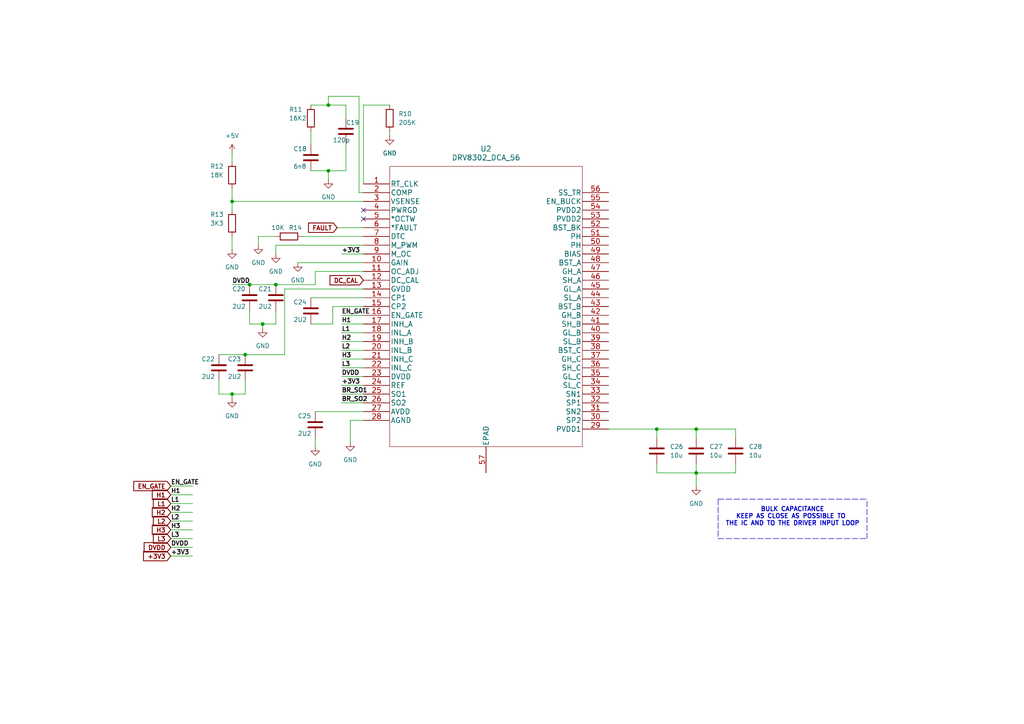
<source format=kicad_sch>
(kicad_sch (version 20231120) (generator "eeschema") (generator_version "8.0")
  (paper "A4")
  (lib_symbols
    (symbol "DRV8302:DRV8302_DCA_56" (pin_names (offset 0.254))
      (property "Reference" "U" (at 35.56 10.16 0))
      (property "Value" "DRV8302_DCA_56" (at 35.56 7.62 0))
      (symbol "DRV8302_DCA_56_1_1"
        (polyline (pts (xy 7.62 -76.2) (xy 63.5 -76.2)) (stroke (width 0.127)))
        (polyline (pts (xy 7.62 5.08) (xy 7.62 -76.2)) (stroke (width 0.127)))
        (polyline (pts (xy 63.5 -76.2) (xy 63.5 5.08)) (stroke (width 0.127)))
        (polyline (pts (xy 63.5 5.08) (xy 7.62 5.08)) (stroke (width 0.127)))
        (pin input line (at 0 0 0) (length 7.62) (name "RT_CLK") (number "1"))
        (pin output line (at 0 -22.86 0) (length 7.62) (name "GAIN") (number "10"))
        (pin input line (at 0 -25.4 0) (length 7.62) (name "OC_ADJ") (number "11"))
        (pin input line (at 0 -27.94 0) (length 7.62) (name "DC_CAL") (number "12"))
        (pin power_in line (at 0 -30.48 0) (length 7.62) (name "GVDD") (number "13"))
        (pin power_in line (at 0 -33.02 0) (length 7.62) (name "CP1") (number "14"))
        (pin power_in line (at 0 -35.56 0) (length 7.62) (name "CP2") (number "15"))
        (pin input line (at 0 -38.1 0) (length 7.62) (name "EN_GATE") (number "16"))
        (pin input line (at 0 -40.64 0) (length 7.62) (name "INH_A") (number "17"))
        (pin input line (at 0 -43.18 0) (length 7.62) (name "INL_A") (number "18"))
        (pin input line (at 0 -45.72 0) (length 7.62) (name "INH_B") (number "19"))
        (pin output line (at 0 -2.54 0) (length 7.62) (name "COMP") (number "2"))
        (pin input line (at 0 -48.26 0) (length 7.62) (name "INL_B") (number "20"))
        (pin input line (at 0 -50.8 0) (length 7.62) (name "INH_C") (number "21"))
        (pin input line (at 0 -53.34 0) (length 7.62) (name "INL_C") (number "22"))
        (pin power_in line (at 0 -55.88 0) (length 7.62) (name "DVDD") (number "23"))
        (pin input line (at 0 -58.42 0) (length 7.62) (name "REF") (number "24"))
        (pin output line (at 0 -60.96 0) (length 7.62) (name "SO1") (number "25"))
        (pin output line (at 0 -63.5 0) (length 7.62) (name "SO2") (number "26"))
        (pin power_in line (at 0 -66.04 0) (length 7.62) (name "AVDD") (number "27"))
        (pin power_in line (at 0 -68.58 0) (length 7.62) (name "AGND") (number "28"))
        (pin power_in line (at 71.12 -71.12 180) (length 7.62) (name "PVDD1") (number "29"))
        (pin input line (at 0 -5.08 0) (length 7.62) (name "VSENSE") (number "3"))
        (pin input line (at 71.12 -68.58 180) (length 7.62) (name "SP2") (number "30"))
        (pin input line (at 71.12 -66.04 180) (length 7.62) (name "SN2") (number "31"))
        (pin input line (at 71.12 -63.5 180) (length 7.62) (name "SP1") (number "32"))
        (pin input line (at 71.12 -60.96 180) (length 7.62) (name "SN1") (number "33"))
        (pin input line (at 71.12 -58.42 180) (length 7.62) (name "SL_C") (number "34"))
        (pin output line (at 71.12 -55.88 180) (length 7.62) (name "GL_C") (number "35"))
        (pin input line (at 71.12 -53.34 180) (length 7.62) (name "SH_C") (number "36"))
        (pin output line (at 71.12 -50.8 180) (length 7.62) (name "GH_C") (number "37"))
        (pin power_in line (at 71.12 -48.26 180) (length 7.62) (name "BST_C") (number "38"))
        (pin input line (at 71.12 -45.72 180) (length 7.62) (name "SL_B") (number "39"))
        (pin input line (at 0 -7.62 0) (length 7.62) (name "PWRGD") (number "4"))
        (pin output line (at 71.12 -43.18 180) (length 7.62) (name "GL_B") (number "40"))
        (pin input line (at 71.12 -40.64 180) (length 7.62) (name "SH_B") (number "41"))
        (pin output line (at 71.12 -38.1 180) (length 7.62) (name "GH_B") (number "42"))
        (pin power_in line (at 71.12 -35.56 180) (length 7.62) (name "BST_B") (number "43"))
        (pin input line (at 71.12 -33.02 180) (length 7.62) (name "SL_A") (number "44"))
        (pin output line (at 71.12 -30.48 180) (length 7.62) (name "GL_A") (number "45"))
        (pin input line (at 71.12 -27.94 180) (length 7.62) (name "SH_A") (number "46"))
        (pin output line (at 71.12 -25.4 180) (length 7.62) (name "GH_A") (number "47"))
        (pin power_in line (at 71.12 -22.86 180) (length 7.62) (name "BST_A") (number "48"))
        (pin input line (at 71.12 -20.32 180) (length 7.62) (name "BIAS") (number "49"))
        (pin output line (at 0 -10.16 0) (length 7.62) (name "*OCTW") (number "5"))
        (pin output line (at 71.12 -17.78 180) (length 7.62) (name "PH") (number "50"))
        (pin output line (at 71.12 -15.24 180) (length 7.62) (name "PH") (number "51"))
        (pin power_in line (at 71.12 -12.7 180) (length 7.62) (name "BST_BK") (number "52"))
        (pin power_in line (at 71.12 -10.16 180) (length 7.62) (name "PVDD2") (number "53"))
        (pin power_in line (at 71.12 -7.62 180) (length 7.62) (name "PVDD2") (number "54"))
        (pin input line (at 71.12 -5.08 180) (length 7.62) (name "EN_BUCK") (number "55"))
        (pin input line (at 71.12 -2.54 180) (length 7.62) (name "SS_TR") (number "56"))
        (pin unspecified line (at 35.56 -83.82 90) (length 7.62) (name "EPAD") (number "57"))
        (pin output line (at 0 -12.7 0) (length 7.62) (name "*FAULT") (number "6"))
        (pin input line (at 0 -15.24 0) (length 7.62) (name "DTC") (number "7"))
        (pin input line (at 0 -17.78 0) (length 7.62) (name "M_PWM") (number "8"))
        (pin input line (at 0 -20.32 0) (length 7.62) (name "M_OC") (number "9"))
      )
    )
    (symbol "Device:C" (pin_numbers hide) (pin_names (offset 0.254))
      (property "Reference" "C" (at 0.635 2.54 0))
      (property "Value" "C" (at 0.635 -2.54 0))
      (symbol "C_0_1"
        (polyline (pts (xy -2.032 -0.762) (xy 2.032 -0.762)) (stroke (width 0.508)))
        (polyline (pts (xy -2.032 0.762) (xy 2.032 0.762)) (stroke (width 0.508)))
      )
      (symbol "C_1_1"
        (pin passive line (at 0 3.81 270) (length 2.794) (name "~") (number "1"))
        (pin passive line (at 0 -3.81 90) (length 2.794) (name "~") (number "2"))
      )
    )
    (symbol "Device:R" (pin_numbers hide) (pin_names (offset 0))
      (property "Reference" "R" (at 2.032 0 90))
      (property "Value" "R" (at 0 0 90))
      (symbol "R_0_1"
        (rectangle (start -1.016 -2.54) (end 1.016 2.54) (stroke (width 0.254)))
      )
      (symbol "R_1_1"
        (pin passive line (at 0 3.81 270) (length 1.27) (name "~") (number "1"))
        (pin passive line (at 0 -3.81 90) (length 1.27) (name "~") (number "2"))
      )
    )
    (symbol "power:+5V" (power) (pin_numbers hide) (pin_names (offset 0) hide)
      (property "Value" "+5V" (at 0 3.556 0))
      (symbol "+5V_0_1"
        (polyline (pts (xy -0.762 1.27) (xy 0 2.54)))
        (polyline (pts (xy 0 0) (xy 0 2.54)))
        (polyline (pts (xy 0 2.54) (xy 0.762 1.27)))
      )
      (symbol "+5V_1_1"
        (pin power_in line (at 0 0 90) (length 0) (name "~") (number "1"))
      )
    )
    (symbol "power:GND" (power) (pin_numbers hide) (pin_names (offset 0) hide)
      (property "Value" "GND" (at 0 -3.81 0))
      (symbol "GND_0_1"
        (polyline (pts (xy 0 0) (xy 0 -1.27) (xy 1.27 -1.27) (xy 0 -2.54) (xy -1.27 -1.27) (xy 0 -1.27)))
      )
      (symbol "GND_1_1"
        (pin power_in line (at 0 0 270) (length 0) (name "~") (number "1"))
      )
    )
  )
  (junction (at 67.31 58.42))
  (junction (at 76.2 93.98))
  (junction (at 201.93 124.46))
  (junction (at 95.25 30.48))
  (junction (at 80.01 82.55))
  (junction (at 72.39 82.55))
  (junction (at 67.31 114.3))
  (junction (at 71.12 102.87))
  (junction (at 95.25 49.53))
  (junction (at 190.5 124.46))
  (junction (at 201.93 137.16))
  (no_connect (at 105.41 63.5))
  (no_connect (at 105.41 60.96))
  (wire (pts (xy 100.33 49.53) (xy 95.25 49.53)))
  (wire (pts (xy 91.44 127) (xy 91.44 129.54)))
  (polyline (pts (xy 251.46 156.21) (xy 251.46 144.78)) (stroke (width 0) (type dash)))
  (wire (pts (xy 63.5 110.49) (xy 63.5 114.3)))
  (wire (pts (xy 176.53 124.46) (xy 190.5 124.46)))
  (wire (pts (xy 99.06 99.06) (xy 105.41 99.06)))
  (wire (pts (xy 80.01 71.12) (xy 80.01 73.66)))
  (wire (pts (xy 99.06 109.22) (xy 105.41 109.22)))
  (wire (pts (xy 99.06 73.66) (xy 105.41 73.66)))
  (wire (pts (xy 99.06 96.52) (xy 105.41 96.52)))
  (wire (pts (xy 90.17 93.98) (xy 96.52 93.98)))
  (wire (pts (xy 91.44 82.55) (xy 80.01 82.55)))
  (wire (pts (xy 49.53 140.97) (xy 55.88 140.97)))
  (wire (pts (xy 96.52 93.98) (xy 96.52 88.9)))
  (polyline (pts (xy 208.28 144.78) (xy 251.46 144.78)) (stroke (width 0) (type dash)))
  (wire (pts (xy 76.2 93.98) (xy 76.2 95.25)))
  (wire (pts (xy 80.01 82.55) (xy 72.39 82.55)))
  (wire (pts (xy 213.36 124.46) (xy 201.93 124.46)))
  (wire (pts (xy 99.06 106.68) (xy 105.41 106.68)))
  (wire (pts (xy 99.06 91.44) (xy 105.41 91.44)))
  (wire (pts (xy 99.06 93.98) (xy 105.41 93.98)))
  (wire (pts (xy 71.12 114.3) (xy 71.12 110.49)))
  (wire (pts (xy 80.01 93.98) (xy 80.01 90.17)))
  (wire (pts (xy 67.31 58.42) (xy 105.41 58.42)))
  (wire (pts (xy 190.5 134.62) (xy 190.5 137.16)))
  (wire (pts (xy 95.25 49.53) (xy 95.25 52.07)))
  (wire (pts (xy 49.53 158.75) (xy 55.88 158.75)))
  (wire (pts (xy 95.25 27.94) (xy 95.25 30.48)))
  (wire (pts (xy 101.6 121.92) (xy 101.6 128.27)))
  (wire (pts (xy 95.25 30.48) (xy 100.33 30.48)))
  (wire (pts (xy 71.12 102.87) (xy 63.5 102.87)))
  (wire (pts (xy 104.14 27.94) (xy 95.25 27.94)))
  (wire (pts (xy 104.14 55.88) (xy 104.14 27.94)))
  (wire (pts (xy 72.39 82.55) (xy 67.31 82.55)))
  (wire (pts (xy 91.44 119.38) (xy 105.41 119.38)))
  (wire (pts (xy 72.39 93.98) (xy 76.2 93.98)))
  (wire (pts (xy 213.36 137.16) (xy 201.93 137.16)))
  (wire (pts (xy 99.06 111.76) (xy 105.41 111.76)))
  (wire (pts (xy 49.53 143.51) (xy 55.88 143.51)))
  (wire (pts (xy 67.31 114.3) (xy 67.31 115.57)))
  (wire (pts (xy 82.55 102.87) (xy 71.12 102.87)))
  (wire (pts (xy 105.41 78.74) (xy 91.44 78.74)))
  (wire (pts (xy 113.03 38.1) (xy 113.03 39.37)))
  (wire (pts (xy 49.53 156.21) (xy 55.88 156.21)))
  (wire (pts (xy 63.5 114.3) (xy 67.31 114.3)))
  (wire (pts (xy 100.33 30.48) (xy 100.33 34.29)))
  (wire (pts (xy 49.53 146.05) (xy 55.88 146.05)))
  (polyline (pts (xy 208.28 156.21) (xy 251.46 156.21)) (stroke (width 0) (type dash)))
  (wire (pts (xy 99.06 104.14) (xy 105.41 104.14)))
  (wire (pts (xy 97.79 66.04) (xy 105.41 66.04)))
  (wire (pts (xy 72.39 90.17) (xy 72.39 93.98)))
  (wire (pts (xy 86.36 76.2) (xy 105.41 76.2)))
  (wire (pts (xy 76.2 93.98) (xy 80.01 93.98)))
  (wire (pts (xy 201.93 124.46) (xy 201.93 127)))
  (wire (pts (xy 190.5 124.46) (xy 201.93 124.46)))
  (wire (pts (xy 80.01 68.58) (xy 74.93 68.58)))
  (wire (pts (xy 87.63 68.58) (xy 105.41 68.58)))
  (wire (pts (xy 67.31 54.61) (xy 67.31 58.42)))
  (wire (pts (xy 201.93 137.16) (xy 201.93 140.97)))
  (wire (pts (xy 190.5 127) (xy 190.5 124.46)))
  (wire (pts (xy 95.25 49.53) (xy 90.17 49.53)))
  (wire (pts (xy 99.06 101.6) (xy 105.41 101.6)))
  (wire (pts (xy 67.31 68.58) (xy 67.31 72.39)))
  (wire (pts (xy 99.06 116.84) (xy 105.41 116.84)))
  (wire (pts (xy 213.36 127) (xy 213.36 124.46)))
  (wire (pts (xy 49.53 161.29) (xy 55.88 161.29)))
  (wire (pts (xy 90.17 86.36) (xy 105.41 86.36)))
  (wire (pts (xy 96.52 88.9) (xy 105.41 88.9)))
  (wire (pts (xy 105.41 83.82) (xy 82.55 83.82)))
  (wire (pts (xy 74.93 68.58) (xy 74.93 71.12)))
  (wire (pts (xy 49.53 153.67) (xy 55.88 153.67)))
  (wire (pts (xy 90.17 30.48) (xy 95.25 30.48)))
  (wire (pts (xy 190.5 137.16) (xy 201.93 137.16)))
  (wire (pts (xy 99.06 114.3) (xy 105.41 114.3)))
  (wire (pts (xy 105.41 53.34) (xy 105.41 30.48)))
  (wire (pts (xy 100.33 41.91) (xy 100.33 49.53)))
  (wire (pts (xy 67.31 60.96) (xy 67.31 58.42)))
  (wire (pts (xy 201.93 137.16) (xy 201.93 134.62)))
  (wire (pts (xy 213.36 134.62) (xy 213.36 137.16)))
  (wire (pts (xy 67.31 114.3) (xy 71.12 114.3)))
  (wire (pts (xy 82.55 83.82) (xy 82.55 102.87)))
  (wire (pts (xy 67.31 44.45) (xy 67.31 46.99)))
  (wire (pts (xy 91.44 78.74) (xy 91.44 82.55)))
  (wire (pts (xy 105.41 121.92) (xy 101.6 121.92)))
  (wire (pts (xy 105.41 55.88) (xy 104.14 55.88)))
  (polyline (pts (xy 208.28 144.78) (xy 208.28 156.21)) (stroke (width 0) (type dash)))
  (wire (pts (xy 49.53 148.59) (xy 55.88 148.59)))
  (wire (pts (xy 105.41 30.48) (xy 113.03 30.48)))
  (wire (pts (xy 49.53 151.13) (xy 55.88 151.13)))
  (wire (pts (xy 80.01 71.12) (xy 105.41 71.12)))
  (wire (pts (xy 90.17 38.1) (xy 90.17 41.91)))
  (text "BULK CAPACITANCE\nKEEP AS CLOSE AS POSSIBLE TO \nTHE IC AND TO THE DRIVER INPUT LOOP" (at 229.87 149.86 0) (effects (font (size 1.27 1.27) (bold yes))))
  (label "DVDD" (at 49.53 158.75 0) (effects (font (bold yes))))
  (label "+3V3" (at 49.53 161.29 0) (effects (font (bold yes))))
  (label "H3" (at 99.06 104.14 0) (effects (font (bold yes))))
  (label "L2" (at 49.53 151.13 0) (effects (font (bold yes))))
  (label "+3V3" (at 99.06 73.66 0) (effects (font (bold yes))))
  (label "L3" (at 99.06 106.68 0) (effects (font (bold yes))))
  (label "DVDD" (at 67.31 82.55 0) (effects (font (bold yes))))
  (label "H2" (at 49.53 148.59 0) (effects (font (bold yes))))
  (label "EN_GATE" (at 99.06 91.44 0) (effects (font (bold yes))))
  (label "L2" (at 99.06 101.6 0) (effects (font (bold yes))))
  (label "BR_SO2" (at 99.06 116.84 0) (effects (font (bold yes))))
  (label "DVDD" (at 99.06 109.22 0) (effects (font (bold yes))))
  (label "EN_GATE" (at 49.53 140.97 0) (effects (font (bold yes))))
  (label "L1" (at 99.06 96.52 0) (effects (font (bold yes))))
  (label "H3" (at 49.53 153.67 0) (effects (font (bold yes))))
  (label "H2" (at 99.06 99.06 0) (effects (font (bold yes))))
  (label "BR_SO1" (at 99.06 114.3 0) (effects (font (bold yes))))
  (label "+3V3" (at 99.06 111.76 0) (effects (font (bold yes))))
  (label "H1" (at 49.53 143.51 0) (effects (font (bold yes))))
  (label "H1" (at 99.06 93.98 0) (effects (font (bold yes))))
  (label "L3" (at 49.53 156.21 0) (effects (font (bold yes))))
  (label "L1" (at 49.53 146.05 0) (effects (font (bold yes))))
  (global_label "+3V3" (shape input) (at 49.53 161.29 180) (effects (font (bold yes))) (property "Intersheetrefs" "${INTERSHEET_REFS}" (effects (hide yes))))
  (global_label "L3" (shape input) (at 49.53 156.21 180) (effects (font (bold yes))) (property "Intersheetrefs" "${INTERSHEET_REFS}" (effects (hide yes))))
  (global_label "H3" (shape input) (at 49.53 153.67 180) (effects (font (bold yes))) (property "Intersheetrefs" "${INTERSHEET_REFS}" (effects (hide yes))))
  (global_label "DVDD" (shape input) (at 49.53 158.75 180) (effects (font (bold yes))) (property "Intersheetrefs" "${INTERSHEET_REFS}" (effects (hide yes))))
  (global_label "H2" (shape input) (at 49.53 148.59 180) (effects (font (bold yes))) (property "Intersheetrefs" "${INTERSHEET_REFS}" (effects (hide yes))))
  (global_label "EN_GATE" (shape input) (at 49.53 140.97 180) (effects (font (bold yes))) (property "Intersheetrefs" "${INTERSHEET_REFS}" (effects (hide yes))))
  (global_label "L2" (shape input) (at 49.53 151.13 180) (effects (font (bold yes))) (property "Intersheetrefs" "${INTERSHEET_REFS}" (effects (hide yes))))
  (global_label "DC_CAL" (shape input) (at 105.41 81.28 180) (effects (font (bold yes))) (property "Intersheetrefs" "${INTERSHEET_REFS}" (effects (hide yes))))
  (global_label "L1" (shape input) (at 49.53 146.05 180) (effects (font (bold yes))) (property "Intersheetrefs" "${INTERSHEET_REFS}" (effects (hide yes))))
  (global_label "H1" (shape input) (at 49.53 143.51 180) (effects (font (bold yes))) (property "Intersheetrefs" "${INTERSHEET_REFS}" (effects (hide yes))))
  (global_label "FAULT" (shape input) (at 97.79 66.04 180) (effects (font (bold yes))) (property "Intersheetrefs" "${INTERSHEET_REFS}" (effects (hide yes))))
  (symbol (lib_id "power:GND") (at 95.25 52.07 0) (unit 1)
    (property "Reference" "#PWR027" (effects (hide yes)))
    (property "Value" "GND" (at 95.25 57.15 0))
    (property "Description" "Power symbol creates a global label with name \"GND\" , ground" (effects (hide yes)))
  )
  (symbol (lib_id "Device:C") (at 72.39 86.36 0) (unit 1)
    (property "Reference" "C20" (at 67.31 83.82 0) (effects (justify left)))
    (property "Value" "2U2" (at 67.31 88.9 0) (effects (justify left)))
    (property "Description" "Unpolarized capacitor" (effects (hide yes)))
  )
  (symbol (lib_id "power:GND") (at 201.93 140.97 0) (unit 1)
    (property "Reference" "#PWR037" (effects (hide yes)))
    (property "Value" "GND" (at 201.93 146.05 0))
    (property "Description" "Power symbol creates a global label with name \"GND\" , ground" (effects (hide yes)))
  )
  (symbol (lib_id "power:GND") (at 80.01 73.66 0) (unit 1)
    (property "Reference" "#PWR031" (effects (hide yes)))
    (property "Value" "GND" (at 80.01 78.74 0))
    (property "Description" "Power symbol creates a global label with name \"GND\" , ground" (effects (hide yes)))
  )
  (symbol (lib_id "Device:C") (at 90.17 45.72 0) (unit 1)
    (property "Reference" "C18" (at 85.09 43.18 0) (effects (justify left)))
    (property "Value" "6n8" (at 85.09 48.26 0) (effects (justify left)))
    (property "Description" "Unpolarized capacitor" (effects (hide yes)))
  )
  (symbol (lib_id "Device:C") (at 100.33 38.1 0) (unit 1)
    (property "Reference" "C19" (at 100.33 35.56 0) (effects (justify left)))
    (property "Value" "120p" (at 96.52 40.64 0) (effects (justify left)))
    (property "Description" "Unpolarized capacitor" (effects (hide yes)))
  )
  (symbol (lib_id "Device:R") (at 67.31 64.77 0) (unit 1)
    (property "Reference" "R13" (at 60.96 62.23 0) (effects (justify left)))
    (property "Value" "3K3" (at 60.96 64.77 0) (effects (justify left)))
    (property "Description" "Resistor" (effects (hide yes)))
  )
  (symbol (lib_id "Device:C") (at 63.5 106.68 0) (unit 1)
    (property "Reference" "C22" (at 58.42 104.14 0) (effects (justify left)))
    (property "Value" "2U2" (at 58.42 109.22 0) (effects (justify left)))
    (property "Description" "Unpolarized capacitor" (effects (hide yes)))
  )
  (symbol (lib_id "power:GND") (at 76.2 95.25 0) (unit 1)
    (property "Reference" "#PWR033" (effects (hide yes)))
    (property "Value" "GND" (at 76.2 100.33 0))
    (property "Description" "Power symbol creates a global label with name \"GND\" , ground" (effects (hide yes)))
  )
  (symbol (lib_id "Device:R") (at 113.03 34.29 0) (unit 1)
    (property "Reference" "R10" (at 115.57 33.0199 0) (effects (justify left)))
    (property "Value" "205K" (at 115.57 35.5599 0) (effects (justify left)))
    (property "Description" "Resistor" (effects (hide yes)))
  )
  (symbol (lib_id "Device:C") (at 80.01 86.36 0) (unit 1)
    (property "Reference" "C21" (at 74.93 83.82 0) (effects (justify left)))
    (property "Value" "2U2" (at 74.93 88.9 0) (effects (justify left)))
    (property "Description" "Unpolarized capacitor" (effects (hide yes)))
  )
  (symbol (lib_id "power:GND") (at 101.6 128.27 0) (unit 1)
    (property "Reference" "#PWR036" (effects (hide yes)))
    (property "Value" "GND" (at 101.6 133.35 0))
    (property "Description" "Power symbol creates a global label with name \"GND\" , ground" (effects (hide yes)))
  )
  (symbol (lib_id "Device:C") (at 190.5 130.81 0) (unit 1)
    (property "Reference" "C26" (at 194.31 129.5399 0) (effects (justify left)))
    (property "Value" "10u" (at 194.31 132.0799 0) (effects (justify left)))
    (property "Description" "Unpolarized capacitor" (effects (hide yes)))
  )
  (symbol (lib_id "Device:R") (at 83.82 68.58 90) (unit 1)
    (property "Reference" "R14" (at 87.63 66.04 90) (effects (justify left)))
    (property "Value" "10K" (at 82.55 66.04 90) (effects (justify left)))
    (property "Description" "Resistor" (effects (hide yes)))
  )
  (symbol (lib_id "power:GND") (at 113.03 39.37 0) (unit 1)
    (property "Reference" "#PWR026" (effects (hide yes)))
    (property "Value" "GND" (at 113.03 44.45 0))
    (property "Description" "Power symbol creates a global label with name \"GND\" , ground" (effects (hide yes)))
  )
  (symbol (lib_id "power:GND") (at 86.36 76.2 0) (unit 1)
    (property "Reference" "#PWR032" (effects (hide yes)))
    (property "Value" "GND" (at 86.36 81.28 0))
    (property "Description" "Power symbol creates a global label with name \"GND\" , ground" (effects (hide yes)))
  )
  (symbol (lib_id "power:GND") (at 67.31 115.57 0) (unit 1)
    (property "Reference" "#PWR034" (effects (hide yes)))
    (property "Value" "GND" (at 67.31 120.65 0))
    (property "Description" "Power symbol creates a global label with name \"GND\" , ground" (effects (hide yes)))
  )
  (symbol (lib_id "Device:C") (at 71.12 106.68 0) (unit 1)
    (property "Reference" "C23" (at 66.04 104.14 0) (effects (justify left)))
    (property "Value" "2U2" (at 66.04 109.22 0) (effects (justify left)))
    (property "Description" "Unpolarized capacitor" (effects (hide yes)))
  )
  (symbol (lib_id "Device:R") (at 90.17 34.29 0) (unit 1)
    (property "Reference" "R11" (at 83.82 31.75 0) (effects (justify left)))
    (property "Value" "16K2" (at 83.82 34.29 0) (effects (justify left)))
    (property "Description" "Resistor" (effects (hide yes)))
  )
  (symbol (lib_id "power:GND") (at 74.93 71.12 0) (unit 1)
    (property "Reference" "#PWR030" (effects (hide yes)))
    (property "Value" "GND" (at 74.93 76.2 0))
    (property "Description" "Power symbol creates a global label with name \"GND\" , ground" (effects (hide yes)))
  )
  (symbol (lib_id "power:+5V") (at 67.31 44.45 0) (unit 1)
    (property "Reference" "#PWR028" (effects (hide yes)))
    (property "Value" "+5V" (at 67.31 39.37 0))
    (property "Description" "Power symbol creates a global label with name \"+5V\"" (effects (hide yes)))
  )
  (symbol (lib_id "Device:C") (at 90.17 90.17 0) (unit 1)
    (property "Reference" "C24" (at 85.09 87.63 0) (effects (justify left)))
    (property "Value" "2U2" (at 85.09 92.71 0) (effects (justify left)))
    (property "Description" "Unpolarized capacitor" (effects (hide yes)))
  )
  (symbol (lib_id "power:GND") (at 91.44 129.54 0) (unit 1)
    (property "Reference" "#PWR035" (effects (hide yes)))
    (property "Value" "GND" (at 91.44 134.62 0))
    (property "Description" "Power symbol creates a global label with name \"GND\" , ground" (effects (hide yes)))
  )
  (symbol (lib_id "DRV8302:DRV8302_DCA_56") (at 105.41 53.34 0) (unit 1)
    (property "Reference" "U2" (at 140.97 43.18 0) (effects (font (size 1.524 1.524))))
    (property "Value" "DRV8302_DCA_56" (at 140.97 45.72 0) (effects (font (size 1.524 1.524))))
    (property "Footprint" "DCA56_6P35X3P61" (effects (hide yes)))
  )
  (symbol (lib_id "Device:C") (at 213.36 130.81 0) (unit 1)
    (property "Reference" "C28" (at 217.17 129.5399 0) (effects (justify left)))
    (property "Value" "10u" (at 217.17 132.0799 0) (effects (justify left)))
    (property "Description" "Unpolarized capacitor" (effects (hide yes)))
  )
  (symbol (lib_id "Device:C") (at 201.93 130.81 0) (unit 1)
    (property "Reference" "C27" (at 205.74 129.5399 0) (effects (justify left)))
    (property "Value" "10u" (at 205.74 132.0799 0) (effects (justify left)))
    (property "Description" "Unpolarized capacitor" (effects (hide yes)))
  )
  (symbol (lib_id "power:GND") (at 67.31 72.39 0) (unit 1)
    (property "Reference" "#PWR029" (effects (hide yes)))
    (property "Value" "GND" (at 67.31 77.47 0))
    (property "Description" "Power symbol creates a global label with name \"GND\" , ground" (effects (hide yes)))
  )
  (symbol (lib_id "Device:R") (at 67.31 50.8 0) (unit 1)
    (property "Reference" "R12" (at 60.96 48.26 0) (effects (justify left)))
    (property "Value" "18K" (at 60.96 50.8 0) (effects (justify left)))
    (property "Description" "Resistor" (effects (hide yes)))
  )
  (symbol (lib_id "Device:C") (at 91.44 123.19 0) (unit 1)
    (property "Reference" "C25" (at 86.36 120.65 0) (effects (justify left)))
    (property "Value" "2U2" (at 86.36 125.73 0) (effects (justify left)))
    (property "Description" "Unpolarized capacitor" (effects (hide yes)))
  )
)
</source>
